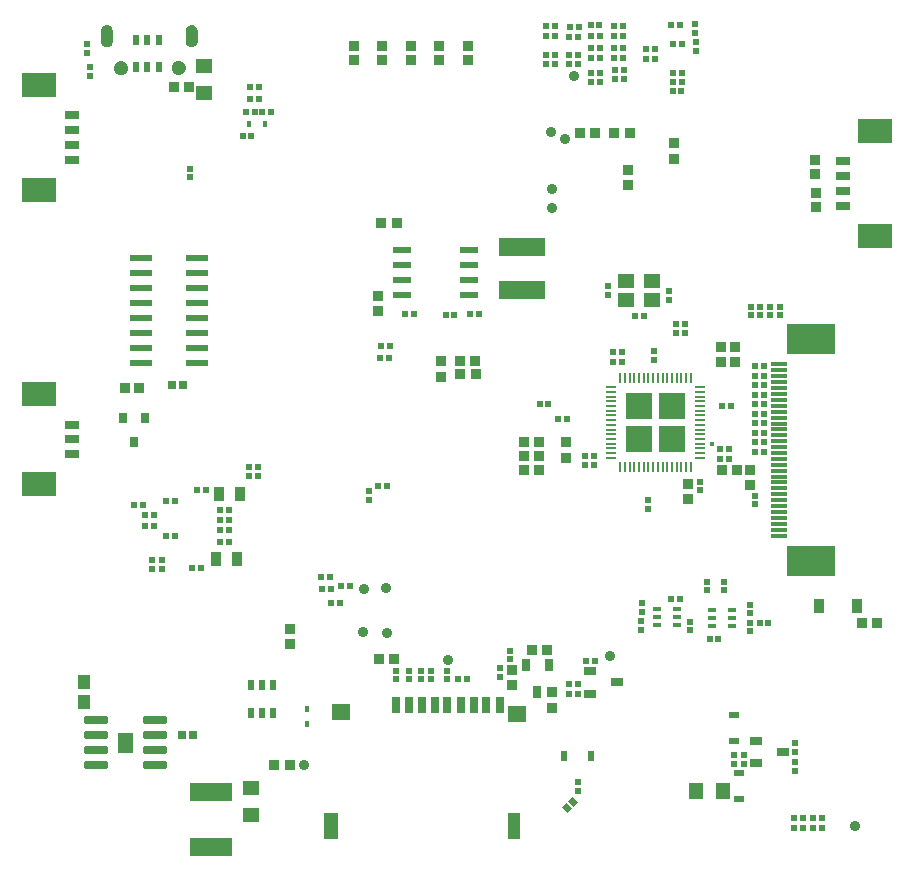
<source format=gbr>
%FSTAX23Y23*%
%MOIN*%
%SFA1B1*%

%IPPOS*%
%AMD62*
4,1,8,-0.010800,0.015700,-0.010800,-0.015700,-0.010800,-0.015700,0.010800,-0.015700,0.010800,-0.015700,0.010800,0.015700,0.010800,0.015700,-0.010800,0.015700,-0.010800,0.015700,0.0*
1,1,0.000000,-0.010800,0.015700*
1,1,0.000000,-0.010800,-0.015700*
1,1,0.000000,0.010800,-0.015700*
1,1,0.000000,0.010800,0.015700*
%
%AMD107*
4,1,8,-0.035800,-0.011800,0.035800,-0.011800,0.038800,-0.008900,0.038800,0.008900,0.035800,0.011800,-0.035800,0.011800,-0.038800,0.008900,-0.038800,-0.008900,-0.035800,-0.011800,0.0*
1,1,0.005906,-0.035800,-0.008900*
1,1,0.005906,0.035800,-0.008900*
1,1,0.005906,0.035800,0.008900*
1,1,0.005906,-0.035800,0.008900*
%
%AMD129*
4,1,4,-0.016300,0.000700,0.000700,-0.016300,0.016300,-0.000700,-0.000700,0.016300,-0.016300,0.000700,0.0*
%
%ADD13R,0.031735X0.033788*%
%ADD14R,0.031496X0.035433*%
%ADD21R,0.033788X0.031735*%
%ADD22R,0.032000X0.037000*%
%ADD23R,0.118110X0.082677*%
%ADD29R,0.037000X0.032000*%
%ADD33C,0.035000*%
%ADD34R,0.022000X0.024000*%
%ADD36R,0.024000X0.022000*%
%ADD46R,0.057087X0.045275*%
%ADD58R,0.055118X0.011811*%
G04~CAMADD=62~8~0.0~0.0~315.0~216.5~0.0~0.0~15~0.0~0.0~0.0~0.0~0~0.0~0.0~0.0~0.0~0~0.0~0.0~0.0~90.0~216.0~314.0*
%ADD62D62*%
%ADD65R,0.015748X0.023622*%
%ADD67R,0.032677X0.024803*%
%ADD105R,0.027559X0.025591*%
G04~CAMADD=107~8~0.0~0.0~775.6~236.2~29.5~0.0~15~0.0~0.0~0.0~0.0~0~0.0~0.0~0.0~0.0~0~0.0~0.0~0.0~180.0~776.0~236.0*
%ADD107D107*%
%ADD108R,0.051181X0.031496*%
%ADD109R,0.039848X0.045596*%
%ADD110R,0.029921X0.028346*%
%ADD111R,0.141732X0.060000*%
%ADD112R,0.078000X0.022000*%
%ADD113R,0.059842X0.023622*%
%ADD114R,0.157000X0.059000*%
%ADD115R,0.035433X0.051181*%
%ADD116R,0.031496X0.015748*%
%ADD117R,0.039370X0.086614*%
%ADD118R,0.047244X0.086614*%
%ADD119R,0.062992X0.055118*%
%ADD120R,0.027559X0.055118*%
%ADD121R,0.045275X0.057087*%
%ADD122R,0.041339X0.025591*%
%ADD123R,0.024803X0.032677*%
%ADD124R,0.035827X0.048031*%
%ADD125O,0.007874X0.039370*%
%ADD126O,0.039370X0.007874*%
%ADD128R,0.161417X0.098425*%
G04~CAMADD=129~9~0.0~0.0~240.0~220.0~0.0~0.0~0~0.0~0.0~0.0~0.0~0~0.0~0.0~0.0~0.0~0~0.0~0.0~0.0~135.0~326.0~325.0*
%ADD129D129*%
%ADD130R,0.015748X0.018898*%
%ADD131R,0.025591X0.041339*%
%ADD132R,0.055118X0.045275*%
%ADD133C,0.015000*%
%ADD245C,0.037000*%
%ADD246R,0.086614X0.086614*%
%LNx98_carrier_v1r2_12082022_paste_bot-1*%
%LPD*%
G36*
X00337Y00377D02*
X00388D01*
Y00442*
X00337*
Y00377*
G37*
G36*
X00322Y02749D02*
Y02745D01*
X00318Y02737*
X00313Y02731*
X00305Y02728*
X00301*
X00297*
X00289Y02731*
X00283Y02737*
X0028Y02745*
Y02749*
Y0278*
Y02784*
X00283Y02792*
X00289Y02798*
X00297Y02801*
X00301*
X00305*
X00313Y02798*
X00318Y02792*
X00322Y02784*
Y0278*
Y02749*
G37*
G36*
X00605D02*
Y02745D01*
X00602Y02737*
X00596Y02731*
X00588Y02728*
X00584*
X0058*
X00572Y02731*
X00566Y02737*
X00563Y02745*
Y02749*
Y0278*
Y02784*
X00566Y02792*
X00572Y02798*
X0058Y02801*
X00584*
X00588*
X00596Y02798*
X00602Y02792*
X00605Y02784*
Y0278*
Y02749*
G37*
G54D13*
X00409Y01592D03*
X00362D03*
G54D14*
X00354Y01491D03*
X00428D03*
X00391Y01412D03*
G54D21*
X01219Y02686D03*
Y02733D03*
X01314Y02686D03*
Y02733D03*
X02665Y02242D03*
Y02195D03*
X02661Y02305D03*
Y02352D03*
X01503Y02733D03*
Y02686D03*
X01408Y02733D03*
Y02686D03*
X01125Y02733D03*
Y02686D03*
G54D22*
X01267Y02141D03*
X01216D03*
X01479Y01638D03*
X0153D03*
X01478Y01684D03*
X01529D03*
X01207Y00688D03*
X01258D03*
X00524Y02595D03*
X00575Y02595D03*
X01928Y02443D03*
X01877D03*
X01992Y02441D03*
X02043D03*
X01718Y00718D03*
X01769D03*
X0169Y01318D03*
X01741D03*
X0169Y01414D03*
X01741D03*
X0169Y01366D03*
X01741D03*
X02402Y01318D03*
X02351D03*
X00859Y00336D03*
X0091D03*
X02818Y00809D03*
X02869D03*
G54D23*
X02861Y021D03*
Y02448D03*
X00076Y02602D03*
Y02254D03*
X00076Y01272D03*
Y01571D03*
G54D29*
X01415Y01681D03*
Y0163D03*
X01205Y01848D03*
Y01899D03*
X01784Y00527D03*
Y00578D03*
X01832Y01411D03*
Y0136D03*
X02444Y0132D03*
Y01269D03*
X02238Y01274D03*
Y01223D03*
X02349Y0173D03*
Y01678D03*
X01651Y00654D03*
Y00603D03*
X02394Y01729D03*
Y01678D03*
X0091Y00789D03*
Y00738D03*
X02037Y02268D03*
X02037Y02319D03*
X02191Y02409D03*
Y02357D03*
G54D33*
X01157Y00924D03*
X02794Y00134D03*
X01786Y02255D03*
X01781Y02447D03*
X01231Y00925D03*
X01233Y00777D03*
X01154Y00778D03*
X01785Y02194D03*
X01828Y02422D03*
X01439Y00685D03*
X01979Y007D03*
X00958Y00337D03*
X01858Y02632D03*
G54D34*
X0154Y01838D03*
X0151D03*
X01214Y01732D03*
X01243D03*
X01296Y0184D03*
X01325D03*
X01211Y01693D03*
X01241D03*
X0143Y01835D03*
X01459D03*
X01019Y00922D03*
X01048D03*
X00427Y01133D03*
X00457D03*
Y01169D03*
X00427D03*
X00421Y01204D03*
X00391D03*
X00613Y00991D03*
X00583D03*
X00601Y01254D03*
X00631D03*
X00707Y01153D03*
X00678D03*
X00707Y01186D03*
X00678D03*
X00708Y01118D03*
X00679D03*
X00708Y01078D03*
X00679D03*
X00527Y01099D03*
X00498D03*
X00527Y01217D03*
X00498D03*
X00849Y02514D03*
X00819D03*
X00782Y02432D03*
X00753D03*
X02686Y00127D03*
X02656D03*
X01501Y00622D03*
X01472D03*
X0246Y01379D03*
X0249D03*
X02018Y01679D03*
X01988D03*
X01743Y0154D03*
X01772D03*
X01894Y01336D03*
X01924D03*
X0238Y01531D03*
X02351D03*
X01894Y01367D03*
X01924D03*
X02506Y00808D03*
X02477D03*
X01045Y00963D03*
X01016D03*
X01081Y00932D03*
X01111D03*
X01049Y00875D03*
X01079Y00875D03*
X01206Y01265D03*
X01235D03*
X0209Y01832D03*
X0206D03*
X0246Y01665D03*
X0249D03*
X02346Y01356D03*
X02376D03*
X02375Y0139D03*
X02346D03*
X01842Y00574D03*
X01871D03*
X01872Y00607D03*
X01842D03*
X01898Y00683D03*
X01927D03*
X02339Y00755D03*
X0231D03*
X0218Y00888D03*
X0221D03*
X02686Y00158D03*
X02656D03*
X02591D03*
X0262D03*
Y00127D03*
X02591D03*
X01875Y02795D03*
X01846D03*
X01795Y02702D03*
X01766D03*
X0187Y02764D03*
X01841D03*
X01795Y02671D03*
X01766D03*
X01944Y02644D03*
X01914D03*
X0202Y02694D03*
X0199D03*
X01944Y02725D03*
X01914D03*
X01944Y02613D03*
X01914D03*
X0202Y02725D03*
X0199D03*
X01944Y02694D03*
X01914D03*
X02217Y02644D03*
X02187D03*
X02128Y02724D03*
X02098D03*
X02211Y02801D03*
X02182D03*
X01796Y02798D03*
X01766D03*
X0202D03*
X0199D03*
X02217Y02739D03*
X02188D03*
X01795Y02767D03*
X01766D03*
X0202D03*
X0199D03*
X02128Y02689D03*
X02098D03*
X02216Y02581D03*
X02187D03*
X01944Y02767D03*
X01914D03*
X01913Y02802D03*
X01942D03*
X02217Y02612D03*
X02187D03*
X00779Y02555D03*
X00809D03*
X00779Y02596D03*
X00809D03*
X00764Y02514D03*
X00794D03*
X0246Y01634D03*
X0249D03*
X0246Y01602D03*
X0249D03*
X0246Y0157D03*
X0249D03*
X0246Y01538D03*
X0249D03*
X0246Y01507D03*
X0249D03*
X0246Y01475D03*
X0249D03*
X0246Y01444D03*
X0249D03*
X0246Y01411D03*
X0249D03*
X01841Y02702D03*
X0187D03*
X01841Y02671D03*
X0187D03*
X01834Y01489D03*
X01804D03*
X02017Y01711D03*
X01988D03*
G54D36*
X00245Y02663D03*
Y02634D03*
X02447Y01835D03*
Y01864D03*
X02511D03*
Y01835D03*
X02543Y01864D03*
Y01835D03*
X02479Y01864D03*
Y01835D03*
X0045Y0099D03*
Y0102D03*
X00485Y0099D03*
Y0102D03*
X00577Y02295D03*
Y02324D03*
X02425Y0034D03*
Y0037D03*
X0239D03*
Y0034D03*
X01611Y0063D03*
Y00659D03*
X01434Y00621D03*
Y0065D03*
X02176Y01917D03*
Y01887D03*
X01972Y01932D03*
Y01903D03*
X02126Y01717D03*
Y01687D03*
X02278Y01251D03*
Y0128D03*
X02229Y01805D03*
Y01775D03*
X02301Y00947D03*
Y00918D03*
X01176Y01218D03*
Y01248D03*
X01645Y00688D03*
Y00717D03*
X01307Y0065D03*
Y00621D03*
X01263Y0065D03*
Y00621D03*
X01348Y0065D03*
Y00621D03*
X0138D03*
Y0065D03*
X02462Y01234D03*
Y01205D03*
X02443Y0087D03*
Y00841D03*
X02358Y00947D03*
Y00918D03*
X02443Y00781D03*
Y0081D03*
X02081Y00786D03*
Y00815D03*
X02244Y00814D03*
Y00785D03*
X02198Y01775D03*
Y01805D03*
X02086Y00876D03*
Y00846D03*
X02596Y00347D03*
Y00317D03*
Y00379D03*
Y00408D03*
X00806Y013D03*
Y01329D03*
X00773Y013D03*
Y01329D03*
X01993Y02623D03*
Y02652D03*
X02024Y02623D03*
Y02652D03*
X0226Y02805D03*
Y02776D03*
X02265Y02745D03*
Y02715D03*
X00234Y0274D03*
Y0271D03*
X02105Y01219D03*
Y0119D03*
X01872Y00279D03*
Y0025D03*
G54D46*
X00626Y02575D03*
Y02666D03*
X00781Y00259D03*
Y00168D03*
G54D58*
X02542Y0114D03*
Y0112D03*
Y01159D03*
Y01179D03*
Y01219D03*
Y01199D03*
Y01337D03*
Y01317D03*
Y01356D03*
X02542Y01671D03*
X02542Y01612D03*
Y01553D03*
Y01494D03*
Y01435D03*
Y01376D03*
Y011D03*
Y01258D03*
Y01238D03*
Y01278D03*
Y01297D03*
Y01652D03*
Y01632D03*
Y01593D03*
Y01573D03*
Y01533D03*
Y01514D03*
Y01474D03*
Y01455D03*
Y01415D03*
Y01396D03*
G54D62*
X00436Y02661D03*
Y02754D03*
X00474Y02661D03*
X00399D03*
Y02754D03*
X00474D03*
X00817Y00601D03*
Y00508D03*
X00855D03*
Y00601D03*
X0078Y00508D03*
Y00601D03*
G54D65*
X00773Y02473D03*
X00829D03*
G54D67*
X02408Y00308D03*
Y00221D03*
X0239Y00417D03*
Y00504D03*
G54D105*
X00552Y00435D03*
X00589D03*
G54D107*
X00265Y00485D03*
Y00335D03*
X0046D03*
Y00385D03*
Y00435D03*
Y00485D03*
X00265Y00385D03*
Y00435D03*
G54D108*
X02753Y02348D03*
Y02298D03*
Y02249D03*
Y022D03*
X00184Y02354D03*
Y02404D03*
Y02453D03*
Y02502D03*
X00185Y0147D03*
Y01421D03*
Y01372D03*
G54D109*
X00223Y00612D03*
Y00547D03*
G54D110*
X00517Y01601D03*
X00556D03*
G54D111*
X00649Y00247D03*
Y00062D03*
G54D112*
X006Y01675D03*
Y01725D03*
Y01775D03*
Y01825D03*
Y01875D03*
Y01925D03*
Y01975D03*
Y02025D03*
X00414D03*
Y01975D03*
Y01925D03*
Y01875D03*
Y01825D03*
Y01775D03*
Y01725D03*
Y01675D03*
G54D113*
X01507Y02001D03*
Y02051D03*
Y01951D03*
X01286Y02051D03*
Y01951D03*
X01507Y01901D03*
X01286D03*
Y02001D03*
G54D114*
X01685Y0192D03*
Y02061D03*
G54D115*
X00673Y0124D03*
X00744D03*
X00734Y01022D03*
X00663D03*
G54D116*
X02135Y00804D03*
Y0083D03*
Y00855D03*
X02201Y00804D03*
Y0083D03*
Y00855D03*
X02385Y00851D03*
Y00826D03*
Y008D03*
X02319Y00851D03*
Y00826D03*
Y008D03*
G54D117*
X01657Y00133D03*
G54D118*
X01047Y00133D03*
G54D119*
X01082Y00511D03*
X01667Y00507D03*
G54D120*
X01263Y00535D03*
X01307D03*
X0135D03*
X01393D03*
X01436D03*
X0148D03*
X01523D03*
X01566D03*
X0161D03*
G54D121*
X02263Y00249D03*
X02354D03*
G54D122*
X02465Y00341D03*
X02555Y00379D03*
X02465Y00416D03*
X02Y00611D03*
X0191Y00648D03*
Y00573D03*
G54D123*
X01913Y00365D03*
X01825D03*
G54D124*
X02674Y00865D03*
X02802D03*
G54D125*
X022Y01328D03*
X02216D03*
X02137Y01627D03*
X02232Y01328D03*
X02027Y01627D03*
X02058D03*
X02106Y01328D03*
X02169Y01627D03*
X02153D03*
X02184D03*
X02247D03*
X02232D03*
X022D03*
X02216D03*
X02027Y01328D03*
X02043D03*
X02074D03*
X0209D03*
X02121D03*
X02137D03*
X02169D03*
X02184D03*
X0209Y01627D03*
X02074D03*
X02011Y01328D03*
Y01627D03*
X02043D03*
X02153Y01328D03*
X02058D03*
X02247D03*
X02106Y01627D03*
X02121D03*
G54D126*
X02279Y01359D03*
Y01375D03*
X0198Y01359D03*
X02279Y01533D03*
X0198Y01485D03*
Y01375D03*
X02279Y01407D03*
X0198Y01391D03*
X02279Y01438D03*
Y01422D03*
Y0147D03*
Y01454D03*
Y01564D03*
Y01548D03*
Y01596D03*
Y0158D03*
Y01501D03*
Y01485D03*
X0198Y01422D03*
Y01438D03*
Y01517D03*
Y01533D03*
Y01548D03*
Y01564D03*
Y0158D03*
Y01596D03*
Y01454D03*
Y0147D03*
X02279Y01391D03*
X0198Y01407D03*
Y01501D03*
X02279Y01517D03*
G54D128*
X02647Y01755D03*
Y01016D03*
G54D129*
X01835Y00192D03*
X01856Y00213D03*
G54D130*
X00967Y00524D03*
Y00472D03*
G54D131*
X01774Y0067D03*
X01736Y00579D03*
X01699Y0067D03*
G54D132*
X02032Y01949D03*
X02119Y01886D03*
X02032D03*
X02119Y01949D03*
G54D133*
X02319Y01405D03*
G54D245*
X00544Y02661D02*
D01*
X00544Y02661*
X00544Y02662*
X00544Y02662*
X00544Y02662*
X00544Y02663*
X00543Y02663*
X00543Y02663*
X00543Y02664*
X00543Y02664*
X00543Y02664*
X00542Y02664*
X00542Y02665*
X00542Y02665*
X00542Y02665*
X00541Y02665*
X00541Y02665*
X00541Y02666*
X0054Y02666*
X0054Y02666*
X0054Y02666*
X00539Y02666*
X00539Y02666*
X00539*
X00538Y02666*
X00538Y02666*
X00538Y02666*
X00537Y02666*
X00537Y02666*
X00537Y02665*
X00536Y02665*
X00536Y02665*
X00536Y02665*
X00536Y02665*
X00535Y02664*
X00535Y02664*
X00535Y02664*
X00535Y02664*
X00534Y02663*
X00534Y02663*
X00534Y02663*
X00534Y02662*
X00534Y02662*
X00534Y02662*
X00534Y02661*
X00534Y02661*
X00534Y02661*
X00534Y0266*
X00534Y0266*
X00534Y0266*
X00534Y02659*
X00534Y02659*
X00534Y02659*
X00535Y02658*
X00535Y02658*
X00535Y02658*
X00535Y02657*
X00536Y02657*
X00536Y02657*
X00536Y02657*
X00536Y02657*
X00537Y02656*
X00537Y02656*
X00537Y02656*
X00538Y02656*
X00538Y02656*
X00538Y02656*
X00539Y02656*
X00539*
X00539Y02656*
X0054Y02656*
X0054Y02656*
X0054Y02656*
X00541Y02656*
X00541Y02656*
X00541Y02657*
X00542Y02657*
X00542Y02657*
X00542Y02657*
X00542Y02657*
X00543Y02658*
X00543Y02658*
X00543Y02658*
X00543Y02659*
X00543Y02659*
X00544Y02659*
X00544Y0266*
X00544Y0266*
X00544Y0266*
X00544Y02661*
X00544Y02661*
X00351D02*
D01*
X00351Y02661*
X00351Y02662*
X00351Y02662*
X00351Y02662*
X00351Y02663*
X00351Y02663*
X0035Y02663*
X0035Y02664*
X0035Y02664*
X0035Y02664*
X0035Y02664*
X00349Y02665*
X00349Y02665*
X00349Y02665*
X00348Y02665*
X00348Y02665*
X00348Y02666*
X00348Y02666*
X00347Y02666*
X00347Y02666*
X00346Y02666*
X00346Y02666*
X00346*
X00345Y02666*
X00345Y02666*
X00345Y02666*
X00344Y02666*
X00344Y02666*
X00344Y02665*
X00343Y02665*
X00343Y02665*
X00343Y02665*
X00343Y02665*
X00342Y02664*
X00342Y02664*
X00342Y02664*
X00342Y02664*
X00342Y02663*
X00341Y02663*
X00341Y02663*
X00341Y02662*
X00341Y02662*
X00341Y02662*
X00341Y02661*
X00341Y02661*
X00341Y02661*
X00341Y0266*
X00341Y0266*
X00341Y0266*
X00341Y02659*
X00341Y02659*
X00342Y02659*
X00342Y02658*
X00342Y02658*
X00342Y02658*
X00342Y02657*
X00343Y02657*
X00343Y02657*
X00343Y02657*
X00343Y02657*
X00344Y02656*
X00344Y02656*
X00344Y02656*
X00345Y02656*
X00345Y02656*
X00345Y02656*
X00346Y02656*
X00346*
X00346Y02656*
X00347Y02656*
X00347Y02656*
X00348Y02656*
X00348Y02656*
X00348Y02656*
X00348Y02657*
X00349Y02657*
X00349Y02657*
X00349Y02657*
X0035Y02657*
X0035Y02658*
X0035Y02658*
X0035Y02658*
X0035Y02659*
X00351Y02659*
X00351Y02659*
X00351Y0266*
X00351Y0266*
X00351Y0266*
X00351Y02661*
X00351Y02661*
G54D246*
X02184Y01533D03*
X02184Y01422D03*
X02074Y01422D03*
X02074Y01533D03*
M02*
</source>
